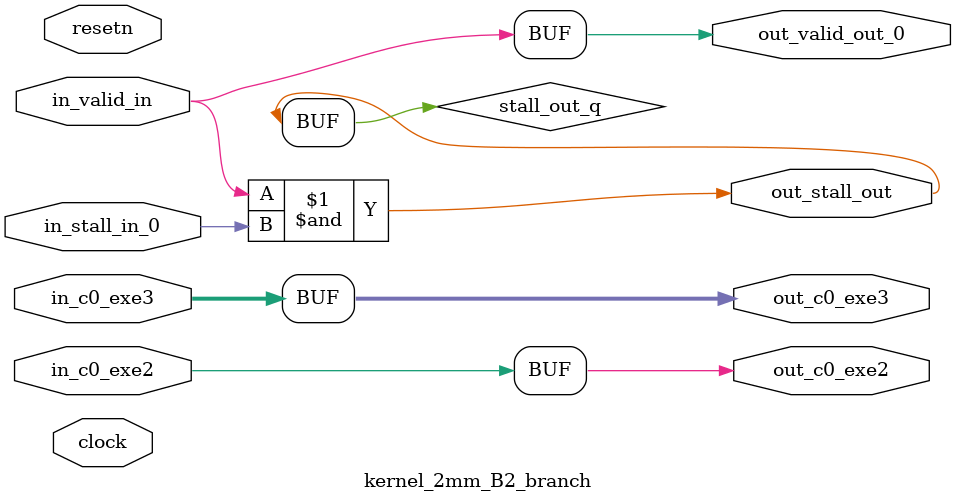
<source format=sv>



(* altera_attribute = "-name AUTO_SHIFT_REGISTER_RECOGNITION OFF; -name MESSAGE_DISABLE 10036; -name MESSAGE_DISABLE 10037; -name MESSAGE_DISABLE 14130; -name MESSAGE_DISABLE 14320; -name MESSAGE_DISABLE 15400; -name MESSAGE_DISABLE 14130; -name MESSAGE_DISABLE 10036; -name MESSAGE_DISABLE 12020; -name MESSAGE_DISABLE 12030; -name MESSAGE_DISABLE 12010; -name MESSAGE_DISABLE 12110; -name MESSAGE_DISABLE 14320; -name MESSAGE_DISABLE 13410; -name MESSAGE_DISABLE 113007; -name MESSAGE_DISABLE 10958" *)
module kernel_2mm_B2_branch (
    input wire [0:0] in_c0_exe2,
    input wire [31:0] in_c0_exe3,
    input wire [0:0] in_stall_in_0,
    input wire [0:0] in_valid_in,
    output wire [0:0] out_c0_exe2,
    output wire [31:0] out_c0_exe3,
    output wire [0:0] out_stall_out,
    output wire [0:0] out_valid_out_0,
    input wire clock,
    input wire resetn
    );

    wire [0:0] stall_out_q;


    // out_c0_exe2(GPOUT,6)
    assign out_c0_exe2 = in_c0_exe2;

    // out_c0_exe3(GPOUT,7)
    assign out_c0_exe3 = in_c0_exe3;

    // stall_out(LOGICAL,10)
    assign stall_out_q = in_valid_in & in_stall_in_0;

    // out_stall_out(GPOUT,8)
    assign out_stall_out = stall_out_q;

    // out_valid_out_0(GPOUT,9)
    assign out_valid_out_0 = in_valid_in;

endmodule

</source>
